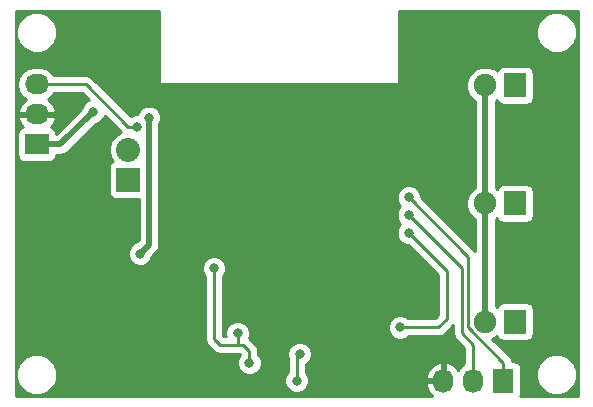
<source format=gbl>
G04 #@! TF.FileFunction,Copper,L2,Bot,Signal*
%FSLAX46Y46*%
G04 Gerber Fmt 4.6, Leading zero omitted, Abs format (unit mm)*
G04 Created by KiCad (PCBNEW 4.0.1-stable) date 2017/01/05 22:21:53*
%MOMM*%
G01*
G04 APERTURE LIST*
%ADD10C,0.100000*%
%ADD11R,1.900000X2.000000*%
%ADD12C,1.900000*%
%ADD13R,1.727200X2.032000*%
%ADD14O,1.727200X2.032000*%
%ADD15R,2.032000X2.032000*%
%ADD16O,2.032000X2.032000*%
%ADD17R,2.032000X1.727200*%
%ADD18O,2.032000X1.727200*%
%ADD19C,0.800000*%
%ADD20C,0.500000*%
%ADD21C,0.250000*%
%ADD22C,0.254000*%
G04 APERTURE END LIST*
D10*
D11*
X175000000Y-96000000D03*
D12*
X172460000Y-96000000D03*
D11*
X175000000Y-76000000D03*
D12*
X172460000Y-76000000D03*
D11*
X175000000Y-86000000D03*
D12*
X172460000Y-86000000D03*
D13*
X174000000Y-101000000D03*
D14*
X171460000Y-101000000D03*
X168920000Y-101000000D03*
D15*
X142250000Y-84000000D03*
D16*
X142250000Y-81460000D03*
D17*
X134500000Y-81000000D03*
D18*
X134500000Y-78460000D03*
X134500000Y-75920000D03*
D19*
X162750000Y-100000000D03*
X167250000Y-92500000D03*
X165250000Y-90500000D03*
X159000000Y-90750000D03*
X159000000Y-96500000D03*
X146500000Y-94250000D03*
X137000000Y-91500000D03*
X133500000Y-97500000D03*
X166500000Y-79500000D03*
X177500000Y-90500000D03*
X177500000Y-80500000D03*
X170000000Y-80500000D03*
X170000000Y-74000000D03*
X168000000Y-86000000D03*
X151500000Y-83000000D03*
X140000000Y-72000000D03*
X156000000Y-78000000D03*
X139250000Y-78250000D03*
X144000000Y-78750000D03*
X143250000Y-90250000D03*
X165250000Y-96500000D03*
X166000000Y-88500000D03*
X166000000Y-85500000D03*
X166000000Y-87000000D03*
X151500000Y-97000000D03*
X152500000Y-99500000D03*
X149500000Y-91500000D03*
X156500000Y-101000000D03*
X156750000Y-98750000D03*
X143000000Y-79500000D03*
D20*
X168920000Y-101000000D02*
X163750000Y-101000000D01*
X163750000Y-101000000D02*
X162750000Y-100000000D01*
X165250000Y-90500000D02*
X167250000Y-92500000D01*
X159000000Y-90750000D02*
X159000000Y-96500000D01*
X169000000Y-100920000D02*
X168920000Y-101000000D01*
X137000000Y-91500000D02*
X137000000Y-94000000D01*
X137000000Y-94000000D02*
X133500000Y-97500000D01*
X170000000Y-80500000D02*
X167500000Y-80500000D01*
X167500000Y-80500000D02*
X166500000Y-79500000D01*
X177500000Y-80500000D02*
X177500000Y-90500000D01*
X170000000Y-74000000D02*
X170000000Y-80500000D01*
X136500000Y-81000000D02*
X134500000Y-81000000D01*
X139250000Y-78250000D02*
X136500000Y-81000000D01*
X144000000Y-89500000D02*
X144000000Y-78750000D01*
X143250000Y-90250000D02*
X144000000Y-89500000D01*
X172460000Y-86000000D02*
X172460000Y-76000000D01*
X172460000Y-86000000D02*
X172460000Y-96000000D01*
D21*
X168500000Y-96500000D02*
X165250000Y-96500000D01*
X169250000Y-95750000D02*
X168500000Y-96500000D01*
X169250000Y-91750000D02*
X169250000Y-95750000D01*
X166000000Y-88500000D02*
X169250000Y-91750000D01*
X174000000Y-99500000D02*
X174000000Y-101000000D01*
X171000000Y-96500000D02*
X174000000Y-99500000D01*
X171000000Y-90500000D02*
X171000000Y-96500000D01*
X166000000Y-85500000D02*
X171000000Y-90500000D01*
X171460000Y-97960000D02*
X171460000Y-101000000D01*
X170500000Y-97000000D02*
X171460000Y-97960000D01*
X170500000Y-91500000D02*
X170500000Y-97000000D01*
X166000000Y-87000000D02*
X170500000Y-91500000D01*
X151500000Y-98000000D02*
X151500000Y-97000000D01*
X152500000Y-98500000D02*
X152500000Y-99500000D01*
X152000000Y-98000000D02*
X152500000Y-98500000D01*
X150000000Y-98000000D02*
X151500000Y-98000000D01*
X151500000Y-98000000D02*
X152000000Y-98000000D01*
X149500000Y-97500000D02*
X150000000Y-98000000D01*
X149500000Y-91500000D02*
X149500000Y-97500000D01*
X156500000Y-99000000D02*
X156500000Y-101000000D01*
X156750000Y-98750000D02*
X156500000Y-99000000D01*
X134500000Y-75920000D02*
X138670000Y-75920000D01*
X142250000Y-79500000D02*
X143000000Y-79500000D01*
X138670000Y-75920000D02*
X142250000Y-79500000D01*
D22*
G36*
X144873000Y-75750000D02*
X144883006Y-75799410D01*
X144911447Y-75841035D01*
X144953841Y-75868315D01*
X145000000Y-75877000D01*
X165000000Y-75877000D01*
X165049410Y-75866994D01*
X165091035Y-75838553D01*
X165118315Y-75796159D01*
X165127000Y-75750000D01*
X165127000Y-71843599D01*
X176764699Y-71843599D01*
X177028281Y-72481515D01*
X177515918Y-72970004D01*
X178153373Y-73234699D01*
X178843599Y-73235301D01*
X179481515Y-72971719D01*
X179970004Y-72484082D01*
X180234699Y-71846627D01*
X180235301Y-71156401D01*
X179971719Y-70518485D01*
X179484082Y-70029996D01*
X178846627Y-69765301D01*
X178156401Y-69764699D01*
X177518485Y-70028281D01*
X177029996Y-70515918D01*
X176765301Y-71153373D01*
X176764699Y-71843599D01*
X165127000Y-71843599D01*
X165127000Y-69710000D01*
X180290000Y-69710000D01*
X180290000Y-102290000D01*
X175444924Y-102290000D01*
X175460031Y-102267890D01*
X175511040Y-102016000D01*
X175511040Y-100843599D01*
X176764699Y-100843599D01*
X177028281Y-101481515D01*
X177515918Y-101970004D01*
X178153373Y-102234699D01*
X178843599Y-102235301D01*
X179481515Y-101971719D01*
X179970004Y-101484082D01*
X180234699Y-100846627D01*
X180235301Y-100156401D01*
X179971719Y-99518485D01*
X179484082Y-99029996D01*
X178846627Y-98765301D01*
X178156401Y-98764699D01*
X177518485Y-99028281D01*
X177029996Y-99515918D01*
X176765301Y-100153373D01*
X176764699Y-100843599D01*
X175511040Y-100843599D01*
X175511040Y-99984000D01*
X175466762Y-99748683D01*
X175327690Y-99532559D01*
X175115490Y-99387569D01*
X174863600Y-99336560D01*
X174727489Y-99336560D01*
X174702148Y-99209161D01*
X174537401Y-98962599D01*
X173047164Y-97472362D01*
X173356657Y-97344481D01*
X173454337Y-97246971D01*
X173585910Y-97451441D01*
X173798110Y-97596431D01*
X174050000Y-97647440D01*
X175950000Y-97647440D01*
X176185317Y-97603162D01*
X176401441Y-97464090D01*
X176546431Y-97251890D01*
X176597440Y-97000000D01*
X176597440Y-95000000D01*
X176553162Y-94764683D01*
X176414090Y-94548559D01*
X176201890Y-94403569D01*
X175950000Y-94352560D01*
X174050000Y-94352560D01*
X173814683Y-94396838D01*
X173598559Y-94535910D01*
X173453569Y-94748110D01*
X173452945Y-94751192D01*
X173359003Y-94657086D01*
X173345000Y-94651271D01*
X173345000Y-87349298D01*
X173356657Y-87344481D01*
X173454337Y-87246971D01*
X173585910Y-87451441D01*
X173798110Y-87596431D01*
X174050000Y-87647440D01*
X175950000Y-87647440D01*
X176185317Y-87603162D01*
X176401441Y-87464090D01*
X176546431Y-87251890D01*
X176597440Y-87000000D01*
X176597440Y-85000000D01*
X176553162Y-84764683D01*
X176414090Y-84548559D01*
X176201890Y-84403569D01*
X175950000Y-84352560D01*
X174050000Y-84352560D01*
X173814683Y-84396838D01*
X173598559Y-84535910D01*
X173453569Y-84748110D01*
X173452945Y-84751192D01*
X173359003Y-84657086D01*
X173345000Y-84651271D01*
X173345000Y-77349298D01*
X173356657Y-77344481D01*
X173454337Y-77246971D01*
X173585910Y-77451441D01*
X173798110Y-77596431D01*
X174050000Y-77647440D01*
X175950000Y-77647440D01*
X176185317Y-77603162D01*
X176401441Y-77464090D01*
X176546431Y-77251890D01*
X176597440Y-77000000D01*
X176597440Y-75000000D01*
X176553162Y-74764683D01*
X176414090Y-74548559D01*
X176201890Y-74403569D01*
X175950000Y-74352560D01*
X174050000Y-74352560D01*
X173814683Y-74396838D01*
X173598559Y-74535910D01*
X173453569Y-74748110D01*
X173452945Y-74751192D01*
X173359003Y-74657086D01*
X172776659Y-74415276D01*
X172146107Y-74414725D01*
X171563343Y-74655519D01*
X171117086Y-75100997D01*
X170875276Y-75683341D01*
X170874725Y-76313893D01*
X171115519Y-76896657D01*
X171560997Y-77342914D01*
X171575000Y-77348729D01*
X171575000Y-84650702D01*
X171563343Y-84655519D01*
X171117086Y-85100997D01*
X170875276Y-85683341D01*
X170874725Y-86313893D01*
X171115519Y-86896657D01*
X171560997Y-87342914D01*
X171575000Y-87348729D01*
X171575000Y-90018870D01*
X171537401Y-89962599D01*
X167035035Y-85460233D01*
X167035179Y-85295029D01*
X166877942Y-84914485D01*
X166587046Y-84623081D01*
X166206777Y-84465180D01*
X165795029Y-84464821D01*
X165414485Y-84622058D01*
X165123081Y-84912954D01*
X164965180Y-85293223D01*
X164964821Y-85704971D01*
X165122058Y-86085515D01*
X165286288Y-86250032D01*
X165123081Y-86412954D01*
X164965180Y-86793223D01*
X164964821Y-87204971D01*
X165122058Y-87585515D01*
X165286288Y-87750032D01*
X165123081Y-87912954D01*
X164965180Y-88293223D01*
X164964821Y-88704971D01*
X165122058Y-89085515D01*
X165412954Y-89376919D01*
X165793223Y-89534820D01*
X165960164Y-89534966D01*
X168490000Y-92064802D01*
X168490000Y-95435198D01*
X168185198Y-95740000D01*
X165953761Y-95740000D01*
X165837046Y-95623081D01*
X165456777Y-95465180D01*
X165045029Y-95464821D01*
X164664485Y-95622058D01*
X164373081Y-95912954D01*
X164215180Y-96293223D01*
X164214821Y-96704971D01*
X164372058Y-97085515D01*
X164662954Y-97376919D01*
X165043223Y-97534820D01*
X165454971Y-97535179D01*
X165835515Y-97377942D01*
X165953663Y-97260000D01*
X168500000Y-97260000D01*
X168790839Y-97202148D01*
X169037401Y-97037401D01*
X169740000Y-96334802D01*
X169740000Y-97000000D01*
X169797852Y-97290839D01*
X169962599Y-97537401D01*
X170700000Y-98274802D01*
X170700000Y-99555352D01*
X170400330Y-99755585D01*
X170193539Y-100065069D01*
X169822036Y-99649268D01*
X169294791Y-99395291D01*
X169279026Y-99392642D01*
X169047000Y-99513783D01*
X169047000Y-100873000D01*
X169067000Y-100873000D01*
X169067000Y-101127000D01*
X169047000Y-101127000D01*
X169047000Y-101147000D01*
X168793000Y-101147000D01*
X168793000Y-101127000D01*
X167579076Y-101127000D01*
X167434816Y-101361913D01*
X167628046Y-101914320D01*
X167963702Y-102290000D01*
X132710000Y-102290000D01*
X132710000Y-100843599D01*
X132764699Y-100843599D01*
X133028281Y-101481515D01*
X133515918Y-101970004D01*
X134153373Y-102234699D01*
X134843599Y-102235301D01*
X135481515Y-101971719D01*
X135970004Y-101484082D01*
X136085901Y-101204971D01*
X155464821Y-101204971D01*
X155622058Y-101585515D01*
X155912954Y-101876919D01*
X156293223Y-102034820D01*
X156704971Y-102035179D01*
X157085515Y-101877942D01*
X157376919Y-101587046D01*
X157534820Y-101206777D01*
X157535179Y-100795029D01*
X157470333Y-100638087D01*
X167434816Y-100638087D01*
X167579076Y-100873000D01*
X168793000Y-100873000D01*
X168793000Y-99513783D01*
X168560974Y-99392642D01*
X168545209Y-99395291D01*
X168017964Y-99649268D01*
X167628046Y-100085680D01*
X167434816Y-100638087D01*
X157470333Y-100638087D01*
X157377942Y-100414485D01*
X157260000Y-100296337D01*
X157260000Y-99659144D01*
X157335515Y-99627942D01*
X157626919Y-99337046D01*
X157784820Y-98956777D01*
X157785179Y-98545029D01*
X157627942Y-98164485D01*
X157337046Y-97873081D01*
X156956777Y-97715180D01*
X156545029Y-97714821D01*
X156164485Y-97872058D01*
X155873081Y-98162954D01*
X155715180Y-98543223D01*
X155714821Y-98954971D01*
X155740000Y-99015909D01*
X155740000Y-100296239D01*
X155623081Y-100412954D01*
X155465180Y-100793223D01*
X155464821Y-101204971D01*
X136085901Y-101204971D01*
X136234699Y-100846627D01*
X136235301Y-100156401D01*
X135971719Y-99518485D01*
X135484082Y-99029996D01*
X134846627Y-98765301D01*
X134156401Y-98764699D01*
X133518485Y-99028281D01*
X133029996Y-99515918D01*
X132765301Y-100153373D01*
X132764699Y-100843599D01*
X132710000Y-100843599D01*
X132710000Y-91704971D01*
X148464821Y-91704971D01*
X148622058Y-92085515D01*
X148740000Y-92203663D01*
X148740000Y-97500000D01*
X148797852Y-97790839D01*
X148962599Y-98037401D01*
X149462599Y-98537401D01*
X149709161Y-98702148D01*
X150000000Y-98760000D01*
X151685198Y-98760000D01*
X151730710Y-98805512D01*
X151623081Y-98912954D01*
X151465180Y-99293223D01*
X151464821Y-99704971D01*
X151622058Y-100085515D01*
X151912954Y-100376919D01*
X152293223Y-100534820D01*
X152704971Y-100535179D01*
X153085515Y-100377942D01*
X153376919Y-100087046D01*
X153534820Y-99706777D01*
X153535179Y-99295029D01*
X153377942Y-98914485D01*
X153260000Y-98796337D01*
X153260000Y-98500000D01*
X153202148Y-98209161D01*
X153037401Y-97962599D01*
X152537401Y-97462599D01*
X152452226Y-97405687D01*
X152534820Y-97206777D01*
X152535179Y-96795029D01*
X152377942Y-96414485D01*
X152087046Y-96123081D01*
X151706777Y-95965180D01*
X151295029Y-95964821D01*
X150914485Y-96122058D01*
X150623081Y-96412954D01*
X150465180Y-96793223D01*
X150464821Y-97204971D01*
X150479295Y-97240000D01*
X150314802Y-97240000D01*
X150260000Y-97185198D01*
X150260000Y-92203761D01*
X150376919Y-92087046D01*
X150534820Y-91706777D01*
X150535179Y-91295029D01*
X150377942Y-90914485D01*
X150087046Y-90623081D01*
X149706777Y-90465180D01*
X149295029Y-90464821D01*
X148914485Y-90622058D01*
X148623081Y-90912954D01*
X148465180Y-91293223D01*
X148464821Y-91704971D01*
X132710000Y-91704971D01*
X132710000Y-75920000D01*
X132816655Y-75920000D01*
X132930729Y-76493489D01*
X133255585Y-76979670D01*
X133565069Y-77186461D01*
X133149268Y-77557964D01*
X132895291Y-78085209D01*
X132892642Y-78100974D01*
X133013783Y-78333000D01*
X134373000Y-78333000D01*
X134373000Y-78313000D01*
X134627000Y-78313000D01*
X134627000Y-78333000D01*
X135986217Y-78333000D01*
X136107358Y-78100974D01*
X136104709Y-78085209D01*
X135850732Y-77557964D01*
X135434931Y-77186461D01*
X135744415Y-76979670D01*
X135944648Y-76680000D01*
X138355198Y-76680000D01*
X138935341Y-77260143D01*
X138664485Y-77372058D01*
X138373081Y-77662954D01*
X138222268Y-78026153D01*
X136155297Y-80093123D01*
X136119162Y-79901083D01*
X135980090Y-79684959D01*
X135767890Y-79539969D01*
X135673073Y-79520768D01*
X135850732Y-79362036D01*
X136104709Y-78834791D01*
X136107358Y-78819026D01*
X135986217Y-78587000D01*
X134627000Y-78587000D01*
X134627000Y-78607000D01*
X134373000Y-78607000D01*
X134373000Y-78587000D01*
X133013783Y-78587000D01*
X132892642Y-78819026D01*
X132895291Y-78834791D01*
X133149268Y-79362036D01*
X133324845Y-79518907D01*
X133248683Y-79533238D01*
X133032559Y-79672310D01*
X132887569Y-79884510D01*
X132836560Y-80136400D01*
X132836560Y-81863600D01*
X132880838Y-82098917D01*
X133019910Y-82315041D01*
X133232110Y-82460031D01*
X133484000Y-82511040D01*
X135516000Y-82511040D01*
X135751317Y-82466762D01*
X135967441Y-82327690D01*
X136112431Y-82115490D01*
X136159106Y-81885000D01*
X136499995Y-81885000D01*
X136500000Y-81885001D01*
X136782484Y-81828810D01*
X136838675Y-81817633D01*
X137125790Y-81625790D01*
X139474448Y-79277131D01*
X139835515Y-79127942D01*
X140126919Y-78837046D01*
X140239975Y-78564777D01*
X141593815Y-79918617D01*
X141082567Y-80260222D01*
X140724675Y-80795845D01*
X140599000Y-81427655D01*
X140599000Y-81492345D01*
X140724675Y-82124155D01*
X140927004Y-82426962D01*
X140782559Y-82519910D01*
X140637569Y-82732110D01*
X140586560Y-82984000D01*
X140586560Y-85016000D01*
X140630838Y-85251317D01*
X140769910Y-85467441D01*
X140982110Y-85612431D01*
X141234000Y-85663440D01*
X143115000Y-85663440D01*
X143115000Y-89133421D01*
X143025552Y-89222869D01*
X142664485Y-89372058D01*
X142373081Y-89662954D01*
X142215180Y-90043223D01*
X142214821Y-90454971D01*
X142372058Y-90835515D01*
X142662954Y-91126919D01*
X143043223Y-91284820D01*
X143454971Y-91285179D01*
X143835515Y-91127942D01*
X144126919Y-90837046D01*
X144277732Y-90473848D01*
X144625787Y-90125792D01*
X144625790Y-90125790D01*
X144817633Y-89838675D01*
X144852282Y-89664485D01*
X144885001Y-89500000D01*
X144885000Y-89499995D01*
X144885000Y-79317585D01*
X145034820Y-78956777D01*
X145035179Y-78545029D01*
X144877942Y-78164485D01*
X144587046Y-77873081D01*
X144206777Y-77715180D01*
X143795029Y-77714821D01*
X143414485Y-77872058D01*
X143123081Y-78162954D01*
X142997662Y-78464998D01*
X142795029Y-78464821D01*
X142437394Y-78612592D01*
X139207401Y-75382599D01*
X138960839Y-75217852D01*
X138670000Y-75160000D01*
X135944648Y-75160000D01*
X135744415Y-74860330D01*
X135258234Y-74535474D01*
X134684745Y-74421400D01*
X134315255Y-74421400D01*
X133741766Y-74535474D01*
X133255585Y-74860330D01*
X132930729Y-75346511D01*
X132816655Y-75920000D01*
X132710000Y-75920000D01*
X132710000Y-71843599D01*
X132764699Y-71843599D01*
X133028281Y-72481515D01*
X133515918Y-72970004D01*
X134153373Y-73234699D01*
X134843599Y-73235301D01*
X135481515Y-72971719D01*
X135970004Y-72484082D01*
X136234699Y-71846627D01*
X136235301Y-71156401D01*
X135971719Y-70518485D01*
X135484082Y-70029996D01*
X134846627Y-69765301D01*
X134156401Y-69764699D01*
X133518485Y-70028281D01*
X133029996Y-70515918D01*
X132765301Y-71153373D01*
X132764699Y-71843599D01*
X132710000Y-71843599D01*
X132710000Y-69710000D01*
X144873000Y-69710000D01*
X144873000Y-75750000D01*
X144873000Y-75750000D01*
G37*
X144873000Y-75750000D02*
X144883006Y-75799410D01*
X144911447Y-75841035D01*
X144953841Y-75868315D01*
X145000000Y-75877000D01*
X165000000Y-75877000D01*
X165049410Y-75866994D01*
X165091035Y-75838553D01*
X165118315Y-75796159D01*
X165127000Y-75750000D01*
X165127000Y-71843599D01*
X176764699Y-71843599D01*
X177028281Y-72481515D01*
X177515918Y-72970004D01*
X178153373Y-73234699D01*
X178843599Y-73235301D01*
X179481515Y-72971719D01*
X179970004Y-72484082D01*
X180234699Y-71846627D01*
X180235301Y-71156401D01*
X179971719Y-70518485D01*
X179484082Y-70029996D01*
X178846627Y-69765301D01*
X178156401Y-69764699D01*
X177518485Y-70028281D01*
X177029996Y-70515918D01*
X176765301Y-71153373D01*
X176764699Y-71843599D01*
X165127000Y-71843599D01*
X165127000Y-69710000D01*
X180290000Y-69710000D01*
X180290000Y-102290000D01*
X175444924Y-102290000D01*
X175460031Y-102267890D01*
X175511040Y-102016000D01*
X175511040Y-100843599D01*
X176764699Y-100843599D01*
X177028281Y-101481515D01*
X177515918Y-101970004D01*
X178153373Y-102234699D01*
X178843599Y-102235301D01*
X179481515Y-101971719D01*
X179970004Y-101484082D01*
X180234699Y-100846627D01*
X180235301Y-100156401D01*
X179971719Y-99518485D01*
X179484082Y-99029996D01*
X178846627Y-98765301D01*
X178156401Y-98764699D01*
X177518485Y-99028281D01*
X177029996Y-99515918D01*
X176765301Y-100153373D01*
X176764699Y-100843599D01*
X175511040Y-100843599D01*
X175511040Y-99984000D01*
X175466762Y-99748683D01*
X175327690Y-99532559D01*
X175115490Y-99387569D01*
X174863600Y-99336560D01*
X174727489Y-99336560D01*
X174702148Y-99209161D01*
X174537401Y-98962599D01*
X173047164Y-97472362D01*
X173356657Y-97344481D01*
X173454337Y-97246971D01*
X173585910Y-97451441D01*
X173798110Y-97596431D01*
X174050000Y-97647440D01*
X175950000Y-97647440D01*
X176185317Y-97603162D01*
X176401441Y-97464090D01*
X176546431Y-97251890D01*
X176597440Y-97000000D01*
X176597440Y-95000000D01*
X176553162Y-94764683D01*
X176414090Y-94548559D01*
X176201890Y-94403569D01*
X175950000Y-94352560D01*
X174050000Y-94352560D01*
X173814683Y-94396838D01*
X173598559Y-94535910D01*
X173453569Y-94748110D01*
X173452945Y-94751192D01*
X173359003Y-94657086D01*
X173345000Y-94651271D01*
X173345000Y-87349298D01*
X173356657Y-87344481D01*
X173454337Y-87246971D01*
X173585910Y-87451441D01*
X173798110Y-87596431D01*
X174050000Y-87647440D01*
X175950000Y-87647440D01*
X176185317Y-87603162D01*
X176401441Y-87464090D01*
X176546431Y-87251890D01*
X176597440Y-87000000D01*
X176597440Y-85000000D01*
X176553162Y-84764683D01*
X176414090Y-84548559D01*
X176201890Y-84403569D01*
X175950000Y-84352560D01*
X174050000Y-84352560D01*
X173814683Y-84396838D01*
X173598559Y-84535910D01*
X173453569Y-84748110D01*
X173452945Y-84751192D01*
X173359003Y-84657086D01*
X173345000Y-84651271D01*
X173345000Y-77349298D01*
X173356657Y-77344481D01*
X173454337Y-77246971D01*
X173585910Y-77451441D01*
X173798110Y-77596431D01*
X174050000Y-77647440D01*
X175950000Y-77647440D01*
X176185317Y-77603162D01*
X176401441Y-77464090D01*
X176546431Y-77251890D01*
X176597440Y-77000000D01*
X176597440Y-75000000D01*
X176553162Y-74764683D01*
X176414090Y-74548559D01*
X176201890Y-74403569D01*
X175950000Y-74352560D01*
X174050000Y-74352560D01*
X173814683Y-74396838D01*
X173598559Y-74535910D01*
X173453569Y-74748110D01*
X173452945Y-74751192D01*
X173359003Y-74657086D01*
X172776659Y-74415276D01*
X172146107Y-74414725D01*
X171563343Y-74655519D01*
X171117086Y-75100997D01*
X170875276Y-75683341D01*
X170874725Y-76313893D01*
X171115519Y-76896657D01*
X171560997Y-77342914D01*
X171575000Y-77348729D01*
X171575000Y-84650702D01*
X171563343Y-84655519D01*
X171117086Y-85100997D01*
X170875276Y-85683341D01*
X170874725Y-86313893D01*
X171115519Y-86896657D01*
X171560997Y-87342914D01*
X171575000Y-87348729D01*
X171575000Y-90018870D01*
X171537401Y-89962599D01*
X167035035Y-85460233D01*
X167035179Y-85295029D01*
X166877942Y-84914485D01*
X166587046Y-84623081D01*
X166206777Y-84465180D01*
X165795029Y-84464821D01*
X165414485Y-84622058D01*
X165123081Y-84912954D01*
X164965180Y-85293223D01*
X164964821Y-85704971D01*
X165122058Y-86085515D01*
X165286288Y-86250032D01*
X165123081Y-86412954D01*
X164965180Y-86793223D01*
X164964821Y-87204971D01*
X165122058Y-87585515D01*
X165286288Y-87750032D01*
X165123081Y-87912954D01*
X164965180Y-88293223D01*
X164964821Y-88704971D01*
X165122058Y-89085515D01*
X165412954Y-89376919D01*
X165793223Y-89534820D01*
X165960164Y-89534966D01*
X168490000Y-92064802D01*
X168490000Y-95435198D01*
X168185198Y-95740000D01*
X165953761Y-95740000D01*
X165837046Y-95623081D01*
X165456777Y-95465180D01*
X165045029Y-95464821D01*
X164664485Y-95622058D01*
X164373081Y-95912954D01*
X164215180Y-96293223D01*
X164214821Y-96704971D01*
X164372058Y-97085515D01*
X164662954Y-97376919D01*
X165043223Y-97534820D01*
X165454971Y-97535179D01*
X165835515Y-97377942D01*
X165953663Y-97260000D01*
X168500000Y-97260000D01*
X168790839Y-97202148D01*
X169037401Y-97037401D01*
X169740000Y-96334802D01*
X169740000Y-97000000D01*
X169797852Y-97290839D01*
X169962599Y-97537401D01*
X170700000Y-98274802D01*
X170700000Y-99555352D01*
X170400330Y-99755585D01*
X170193539Y-100065069D01*
X169822036Y-99649268D01*
X169294791Y-99395291D01*
X169279026Y-99392642D01*
X169047000Y-99513783D01*
X169047000Y-100873000D01*
X169067000Y-100873000D01*
X169067000Y-101127000D01*
X169047000Y-101127000D01*
X169047000Y-101147000D01*
X168793000Y-101147000D01*
X168793000Y-101127000D01*
X167579076Y-101127000D01*
X167434816Y-101361913D01*
X167628046Y-101914320D01*
X167963702Y-102290000D01*
X132710000Y-102290000D01*
X132710000Y-100843599D01*
X132764699Y-100843599D01*
X133028281Y-101481515D01*
X133515918Y-101970004D01*
X134153373Y-102234699D01*
X134843599Y-102235301D01*
X135481515Y-101971719D01*
X135970004Y-101484082D01*
X136085901Y-101204971D01*
X155464821Y-101204971D01*
X155622058Y-101585515D01*
X155912954Y-101876919D01*
X156293223Y-102034820D01*
X156704971Y-102035179D01*
X157085515Y-101877942D01*
X157376919Y-101587046D01*
X157534820Y-101206777D01*
X157535179Y-100795029D01*
X157470333Y-100638087D01*
X167434816Y-100638087D01*
X167579076Y-100873000D01*
X168793000Y-100873000D01*
X168793000Y-99513783D01*
X168560974Y-99392642D01*
X168545209Y-99395291D01*
X168017964Y-99649268D01*
X167628046Y-100085680D01*
X167434816Y-100638087D01*
X157470333Y-100638087D01*
X157377942Y-100414485D01*
X157260000Y-100296337D01*
X157260000Y-99659144D01*
X157335515Y-99627942D01*
X157626919Y-99337046D01*
X157784820Y-98956777D01*
X157785179Y-98545029D01*
X157627942Y-98164485D01*
X157337046Y-97873081D01*
X156956777Y-97715180D01*
X156545029Y-97714821D01*
X156164485Y-97872058D01*
X155873081Y-98162954D01*
X155715180Y-98543223D01*
X155714821Y-98954971D01*
X155740000Y-99015909D01*
X155740000Y-100296239D01*
X155623081Y-100412954D01*
X155465180Y-100793223D01*
X155464821Y-101204971D01*
X136085901Y-101204971D01*
X136234699Y-100846627D01*
X136235301Y-100156401D01*
X135971719Y-99518485D01*
X135484082Y-99029996D01*
X134846627Y-98765301D01*
X134156401Y-98764699D01*
X133518485Y-99028281D01*
X133029996Y-99515918D01*
X132765301Y-100153373D01*
X132764699Y-100843599D01*
X132710000Y-100843599D01*
X132710000Y-91704971D01*
X148464821Y-91704971D01*
X148622058Y-92085515D01*
X148740000Y-92203663D01*
X148740000Y-97500000D01*
X148797852Y-97790839D01*
X148962599Y-98037401D01*
X149462599Y-98537401D01*
X149709161Y-98702148D01*
X150000000Y-98760000D01*
X151685198Y-98760000D01*
X151730710Y-98805512D01*
X151623081Y-98912954D01*
X151465180Y-99293223D01*
X151464821Y-99704971D01*
X151622058Y-100085515D01*
X151912954Y-100376919D01*
X152293223Y-100534820D01*
X152704971Y-100535179D01*
X153085515Y-100377942D01*
X153376919Y-100087046D01*
X153534820Y-99706777D01*
X153535179Y-99295029D01*
X153377942Y-98914485D01*
X153260000Y-98796337D01*
X153260000Y-98500000D01*
X153202148Y-98209161D01*
X153037401Y-97962599D01*
X152537401Y-97462599D01*
X152452226Y-97405687D01*
X152534820Y-97206777D01*
X152535179Y-96795029D01*
X152377942Y-96414485D01*
X152087046Y-96123081D01*
X151706777Y-95965180D01*
X151295029Y-95964821D01*
X150914485Y-96122058D01*
X150623081Y-96412954D01*
X150465180Y-96793223D01*
X150464821Y-97204971D01*
X150479295Y-97240000D01*
X150314802Y-97240000D01*
X150260000Y-97185198D01*
X150260000Y-92203761D01*
X150376919Y-92087046D01*
X150534820Y-91706777D01*
X150535179Y-91295029D01*
X150377942Y-90914485D01*
X150087046Y-90623081D01*
X149706777Y-90465180D01*
X149295029Y-90464821D01*
X148914485Y-90622058D01*
X148623081Y-90912954D01*
X148465180Y-91293223D01*
X148464821Y-91704971D01*
X132710000Y-91704971D01*
X132710000Y-75920000D01*
X132816655Y-75920000D01*
X132930729Y-76493489D01*
X133255585Y-76979670D01*
X133565069Y-77186461D01*
X133149268Y-77557964D01*
X132895291Y-78085209D01*
X132892642Y-78100974D01*
X133013783Y-78333000D01*
X134373000Y-78333000D01*
X134373000Y-78313000D01*
X134627000Y-78313000D01*
X134627000Y-78333000D01*
X135986217Y-78333000D01*
X136107358Y-78100974D01*
X136104709Y-78085209D01*
X135850732Y-77557964D01*
X135434931Y-77186461D01*
X135744415Y-76979670D01*
X135944648Y-76680000D01*
X138355198Y-76680000D01*
X138935341Y-77260143D01*
X138664485Y-77372058D01*
X138373081Y-77662954D01*
X138222268Y-78026153D01*
X136155297Y-80093123D01*
X136119162Y-79901083D01*
X135980090Y-79684959D01*
X135767890Y-79539969D01*
X135673073Y-79520768D01*
X135850732Y-79362036D01*
X136104709Y-78834791D01*
X136107358Y-78819026D01*
X135986217Y-78587000D01*
X134627000Y-78587000D01*
X134627000Y-78607000D01*
X134373000Y-78607000D01*
X134373000Y-78587000D01*
X133013783Y-78587000D01*
X132892642Y-78819026D01*
X132895291Y-78834791D01*
X133149268Y-79362036D01*
X133324845Y-79518907D01*
X133248683Y-79533238D01*
X133032559Y-79672310D01*
X132887569Y-79884510D01*
X132836560Y-80136400D01*
X132836560Y-81863600D01*
X132880838Y-82098917D01*
X133019910Y-82315041D01*
X133232110Y-82460031D01*
X133484000Y-82511040D01*
X135516000Y-82511040D01*
X135751317Y-82466762D01*
X135967441Y-82327690D01*
X136112431Y-82115490D01*
X136159106Y-81885000D01*
X136499995Y-81885000D01*
X136500000Y-81885001D01*
X136782484Y-81828810D01*
X136838675Y-81817633D01*
X137125790Y-81625790D01*
X139474448Y-79277131D01*
X139835515Y-79127942D01*
X140126919Y-78837046D01*
X140239975Y-78564777D01*
X141593815Y-79918617D01*
X141082567Y-80260222D01*
X140724675Y-80795845D01*
X140599000Y-81427655D01*
X140599000Y-81492345D01*
X140724675Y-82124155D01*
X140927004Y-82426962D01*
X140782559Y-82519910D01*
X140637569Y-82732110D01*
X140586560Y-82984000D01*
X140586560Y-85016000D01*
X140630838Y-85251317D01*
X140769910Y-85467441D01*
X140982110Y-85612431D01*
X141234000Y-85663440D01*
X143115000Y-85663440D01*
X143115000Y-89133421D01*
X143025552Y-89222869D01*
X142664485Y-89372058D01*
X142373081Y-89662954D01*
X142215180Y-90043223D01*
X142214821Y-90454971D01*
X142372058Y-90835515D01*
X142662954Y-91126919D01*
X143043223Y-91284820D01*
X143454971Y-91285179D01*
X143835515Y-91127942D01*
X144126919Y-90837046D01*
X144277732Y-90473848D01*
X144625787Y-90125792D01*
X144625790Y-90125790D01*
X144817633Y-89838675D01*
X144852282Y-89664485D01*
X144885001Y-89500000D01*
X144885000Y-89499995D01*
X144885000Y-79317585D01*
X145034820Y-78956777D01*
X145035179Y-78545029D01*
X144877942Y-78164485D01*
X144587046Y-77873081D01*
X144206777Y-77715180D01*
X143795029Y-77714821D01*
X143414485Y-77872058D01*
X143123081Y-78162954D01*
X142997662Y-78464998D01*
X142795029Y-78464821D01*
X142437394Y-78612592D01*
X139207401Y-75382599D01*
X138960839Y-75217852D01*
X138670000Y-75160000D01*
X135944648Y-75160000D01*
X135744415Y-74860330D01*
X135258234Y-74535474D01*
X134684745Y-74421400D01*
X134315255Y-74421400D01*
X133741766Y-74535474D01*
X133255585Y-74860330D01*
X132930729Y-75346511D01*
X132816655Y-75920000D01*
X132710000Y-75920000D01*
X132710000Y-71843599D01*
X132764699Y-71843599D01*
X133028281Y-72481515D01*
X133515918Y-72970004D01*
X134153373Y-73234699D01*
X134843599Y-73235301D01*
X135481515Y-72971719D01*
X135970004Y-72484082D01*
X136234699Y-71846627D01*
X136235301Y-71156401D01*
X135971719Y-70518485D01*
X135484082Y-70029996D01*
X134846627Y-69765301D01*
X134156401Y-69764699D01*
X133518485Y-70028281D01*
X133029996Y-70515918D01*
X132765301Y-71153373D01*
X132764699Y-71843599D01*
X132710000Y-71843599D01*
X132710000Y-69710000D01*
X144873000Y-69710000D01*
X144873000Y-75750000D01*
M02*

</source>
